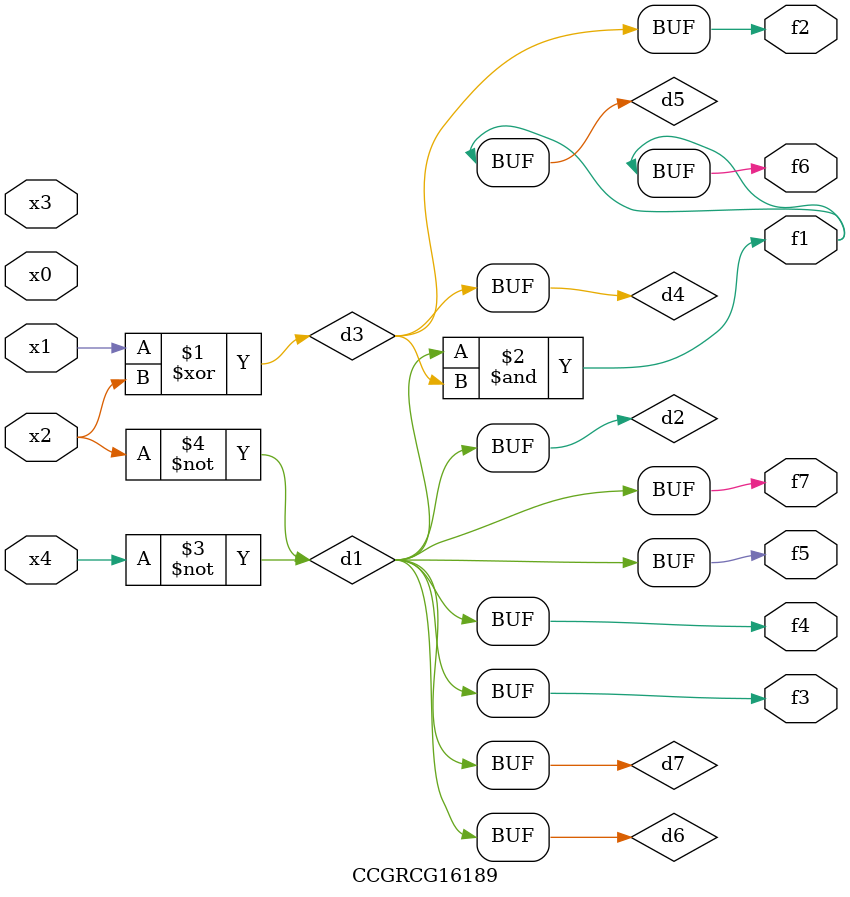
<source format=v>
module CCGRCG16189(
	input x0, x1, x2, x3, x4,
	output f1, f2, f3, f4, f5, f6, f7
);

	wire d1, d2, d3, d4, d5, d6, d7;

	not (d1, x4);
	not (d2, x2);
	xor (d3, x1, x2);
	buf (d4, d3);
	and (d5, d1, d3);
	buf (d6, d1, d2);
	buf (d7, d2);
	assign f1 = d5;
	assign f2 = d4;
	assign f3 = d7;
	assign f4 = d7;
	assign f5 = d7;
	assign f6 = d5;
	assign f7 = d7;
endmodule

</source>
